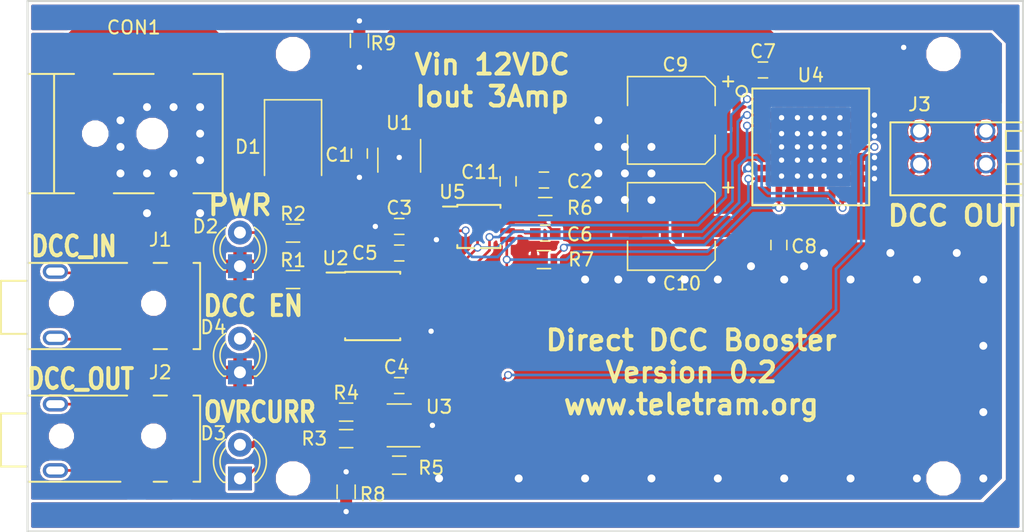
<source format=kicad_pcb>
(kicad_pcb (version 4) (host pcbnew 4.0.5)
  (layers (0 F.Cu signal) (31 B.Cu signal hide) (34 B.Paste user) (35 F.Paste user) (36 B.SilkS user) (37 F.SilkS user) (38 B.Mask user) (39 F.Mask user) (44 Edge.Cuts user))
  (net 0 "")
  (net 1 GND)
  (net 2 12V)
  (net 3 5V)
  (net 4 "Net-(C6-Pad1)")
  (net 5 "Net-(C6-Pad2)")
  (net 6 "Net-(C7-Pad1)")
  (net 7 "Net-(D2-Pad2)")
  (net 8 "Net-(D3-Pad1)")
  (net 9 "Net-(D4-Pad2)")
  (net 10 "Net-(J1-Pad1)")
  (net 11 "Net-(J1-Pad6)")
  (net 12 "Net-(J1-Pad4)")
  (net 13 "Net-(J1-Pad5)")
  (net 14 "Net-(J1-Pad3)")
  (net 15 "Net-(J2-Pad6)")
  (net 16 "Net-(J2-Pad5)")
  (net 17 "Net-(J2-Pad3)")
  (net 18 "Net-(R1-Pad2)")
  (net 19 "Net-(R3-Pad2)")
  (net 20 "Net-(R4-Pad2)")
  (net 21 /~OV_LD)
  (net 22 "Net-(R7-Pad1)")
  (net 23 GNDPWR)
  (net 24 "Net-(U1-Pad4)")
  (net 25 /DCC_B)
  (net 26 /DCC_A)
  (net 27 /DCC_EN)
  (net 28 /RAIL_B)
  (net 29 /RAIL_A)
  (net 30 "Net-(U4-Pad9)")
  (module Capacitors_SMD:C_0603 (layer F.Cu) (at 99 71.5 90)
    (fp_text reference C1 (at -0.1 -1.6 180) (layer F.SilkS))
    (fp_text value 100n)
    (pad 1 smd rect (at -0.75 0 90) (size 0.8 0.75) (layers F.Cu F.Paste F.Mask) (net 1 GND))
    (pad 2 smd rect (at 0.75 0 90) (size 0.8 0.75) (layers F.Cu F.Paste F.Mask) (net 2 12V))
  )
  (module Capacitors_SMD:C_0603 (layer F.Cu) (at 112.9 73.5 180)
    (fp_text reference C2 (at -2.7 -0.1 180) (layer F.SilkS))
    (fp_text value 4u7)
    (pad 1 smd rect (at -0.75 0 180) (size 0.8 0.75) (layers F.Cu F.Paste F.Mask) (net 1 GND))
    (pad 2 smd rect (at 0.75 0 180) (size 0.8 0.75) (layers F.Cu F.Paste F.Mask) (net 3 5V))
  )
  (module Capacitors_SMD:C_0603 (layer F.Cu) (at 102 77)
    (fp_text reference C3 (at 0 -1.4) (layer F.SilkS))
    (fp_text value 4u7)
    (pad 1 smd rect (at -0.75 0) (size 0.8 0.75) (layers F.Cu F.Paste F.Mask) (net 1 GND))
    (pad 2 smd rect (at 0.75 0) (size 0.8 0.75) (layers F.Cu F.Paste F.Mask) (net 3 5V))
  )
  (module Capacitors_SMD:C_0603 (layer F.Cu) (at 102 89 180)
    (fp_text reference C4 (at 0.2 1.4 180) (layer F.SilkS))
    (fp_text value 100n)
    (pad 1 smd rect (at -0.75 0 180) (size 0.8 0.75) (layers F.Cu F.Paste F.Mask) (net 1 GND))
    (pad 2 smd rect (at 0.75 0 180) (size 0.8 0.75) (layers F.Cu F.Paste F.Mask) (net 3 5V))
  )
  (module Capacitors_SMD:C_0603 (layer F.Cu) (at 102 79)
    (fp_text reference C5 (at -2.6 0) (layer F.SilkS))
    (fp_text value 100n)
    (pad 1 smd rect (at -0.75 0) (size 0.8 0.75) (layers F.Cu F.Paste F.Mask) (net 1 GND))
    (pad 2 smd rect (at 0.75 0) (size 0.8 0.75) (layers F.Cu F.Paste F.Mask) (net 3 5V))
  )
  (module Capacitors_SMD:C_0603 (layer F.Cu) (at 113 77.5)
    (fp_text reference C6 (at 2.6 0.1) (layer F.SilkS))
    (fp_text value 2u2)
    (pad 1 smd rect (at -0.75 0) (size 0.8 0.75) (layers F.Cu F.Paste F.Mask) (net 4 "Net-(C6-Pad1)"))
    (pad 2 smd rect (at 0.75 0) (size 0.8 0.75) (layers F.Cu F.Paste F.Mask) (net 5 "Net-(C6-Pad2)"))
  )
  (module Capacitors_SMD:C_0603 (layer F.Cu) (at 129.4 65.2 180)
    (fp_text reference C7 (at 0 1.4 180) (layer F.SilkS))
    (fp_text value 100n)
    (pad 1 smd rect (at -0.75 0 180) (size 0.8 0.75) (layers F.Cu F.Paste F.Mask) (net 6 "Net-(C7-Pad1)"))
    (pad 2 smd rect (at 0.75 0 180) (size 0.8 0.75) (layers F.Cu F.Paste F.Mask) (net 2 12V))
  )
  (module Capacitors_SMD:C_0603 (layer F.Cu) (at 130.6 78.4 90)
    (fp_text reference C8 (at -0.1 1.9 180) (layer F.SilkS))
    (fp_text value 100n)
    (pad 1 smd rect (at -0.75 0 90) (size 0.8 0.75) (layers F.Cu F.Paste F.Mask) (net 1 GND))
    (pad 2 smd rect (at 0.75 0 90) (size 0.8 0.75) (layers F.Cu F.Paste F.Mask) (net 2 12V))
  )
  (module Capacitors_SMD:CP_Elec_6.3x5.8 (layer F.Cu) (at 122.5 69 180)
    (fp_text reference C9 (at -0.3 4.2 180) (layer F.SilkS))
    (fp_text value 47u)
    (fp_text user + (at -4.28 3.01 180) (layer F.SilkS))
    (pad 1 smd rect (at -2.7 0) (size 3.5 1.6) (layers F.Cu F.Paste F.Mask) (net 2 12V))
    (pad 2 smd rect (at 2.7 0) (size 3.5 1.6) (layers F.Cu F.Paste F.Mask) (net 1 GND))
  )
  (module Capacitors_SMD:CP_Elec_6.3x5.8 (layer F.Cu) (at 122.5 77 180)
    (fp_text reference C10 (at -0.8 -4.3 180) (layer F.SilkS))
    (fp_text value 47u)
    (fp_text user + (at -4.28 3.01 180) (layer F.SilkS))
    (pad 1 smd rect (at -2.7 0) (size 3.5 1.6) (layers F.Cu F.Paste F.Mask) (net 2 12V))
    (pad 2 smd rect (at 2.7 0) (size 3.5 1.6) (layers F.Cu F.Paste F.Mask) (net 1 GND))
  )
  (module Capacitors_SMD:C_0603 (layer F.Cu) (at 110.2 73.6 270)
    (fp_text reference C11 (at -0.7 2.1 540) (layer F.SilkS))
    (fp_text value 100n)
    (pad 1 smd rect (at -0.75 0 270) (size 0.8 0.75) (layers F.Cu F.Paste F.Mask) (net 1 GND))
    (pad 2 smd rect (at 0.75 0 270) (size 0.8 0.75) (layers F.Cu F.Paste F.Mask) (net 3 5V))
  )
  (module teletram_connectors:pjack_smt (layer F.Cu) (at 79 70)
    (fp_text reference CON1 (at 3 -8) (layer F.SilkS))
    (fp_text value BARREL_JACK)
    (pad "" np_thru_hole circle (at 4.4 0) (size 2 2) (drill 2) (layers *.Cu *.Mask))
    (pad 2 smd rect (at 6 5.5) (size 2 3) (layers F.Cu F.Paste F.Mask) (net 1 GND))
    (pad 3 smd rect (at 0 5.5) (size 2 3) (layers F.Cu F.Paste F.Mask) (net 1 GND))
    (pad 1 smd rect (at 6 -5.5) (size 2 3) (layers F.Cu F.Paste F.Mask) (net 2 12V))
    (pad 1 smd rect (at 0 -5.5) (size 2 3) (layers F.Cu F.Paste F.Mask) (net 2 12V))
    (pad "" np_thru_hole circle (at 0.1 0) (size 1.6 1.6) (drill 1.6) (layers *.Cu *.Mask))
  )
  (module Diodes_SMD:D_SMB_Standard (layer F.Cu) (at 94 71 270)
    (fp_text reference D1 (at 0 3.4 360) (layer F.SilkS))
    (fp_text value 12V)
    (pad 1 smd rect (at -2.15 0 270) (size 2.5 2.3) (layers F.Cu F.Paste F.Mask) (net 2 12V))
    (pad 2 smd rect (at 2.15 0 270) (size 2.5 2.3) (layers F.Cu F.Paste F.Mask) (net 1 GND))
  )
  (module teletram_connectors:ajack_smt_6 (layer F.Cu) (at 74 83)
    (fp_text reference J1 (at 10 -5) (layer F.SilkS))
    (fp_text value a_jack_6p)
    (pad "" np_thru_hole circle (at 2.55 -0.2) (size 1.5 1.5) (drill 1.5) (layers *.Cu *.Mask))
    (pad "" np_thru_hole circle (at 9.5 -0.2) (size 1.5 1.5) (drill 1.5) (layers *.Cu *.Mask))
    (pad 2 thru_hole oval (at 2.1 -2.6) (size 1.9 1.1) (drill oval 1.4 0.6) (layers *.Cu *.Mask) (net 10 "Net-(J1-Pad1)"))
    (pad 1 thru_hole oval (at 2.1 2.4) (size 1.9 1.1) (drill oval 1.4 0.6) (layers *.Cu *.Mask) (net 10 "Net-(J1-Pad1)"))
    (pad 6 smd rect (at 8.5 -3.5) (size 1.4 1.4) (layers F.Cu F.Paste F.Mask) (net 11 "Net-(J1-Pad6)"))
    (pad 4 smd rect (at 11.6 -3.5) (size 1.4 1.4) (layers F.Cu F.Paste F.Mask) (net 12 "Net-(J1-Pad4)"))
    (pad 5 smd rect (at 8.2 3.5) (size 1.4 1.4) (layers F.Cu F.Paste F.Mask) (net 13 "Net-(J1-Pad5)"))
    (pad 3 smd rect (at 11.6 3.5) (size 1.4 1.4) (layers F.Cu F.Paste F.Mask) (net 14 "Net-(J1-Pad3)"))
  )
  (module teletram_connectors:ajack_smt_6 (layer F.Cu) (at 74 93)
    (fp_text reference J2 (at 10 -5) (layer F.SilkS))
    (fp_text value a_jack_6p)
    (pad "" np_thru_hole circle (at 2.55 -0.2) (size 1.5 1.5) (drill 1.5) (layers *.Cu *.Mask))
    (pad "" np_thru_hole circle (at 9.5 -0.2) (size 1.5 1.5) (drill 1.5) (layers *.Cu *.Mask))
    (pad 2 thru_hole oval (at 2.1 -2.6) (size 1.9 1.1) (drill oval 1.4 0.6) (layers *.Cu *.Mask) (net 10 "Net-(J1-Pad1)"))
    (pad 1 thru_hole oval (at 2.1 2.4) (size 1.9 1.1) (drill oval 1.4 0.6) (layers *.Cu *.Mask) (net 10 "Net-(J1-Pad1)"))
    (pad 6 smd rect (at 8.5 -3.5) (size 1.4 1.4) (layers F.Cu F.Paste F.Mask) (net 15 "Net-(J2-Pad6)"))
    (pad 4 smd rect (at 11.6 -3.5) (size 1.4 1.4) (layers F.Cu F.Paste F.Mask) (net 12 "Net-(J1-Pad4)"))
    (pad 5 smd rect (at 8.2 3.5) (size 1.4 1.4) (layers F.Cu F.Paste F.Mask) (net 16 "Net-(J2-Pad5)"))
    (pad 3 smd rect (at 11.6 3.5) (size 1.4 1.4) (layers F.Cu F.Paste F.Mask) (net 17 "Net-(J2-Pad3)"))
  )
  (module teletram_connectors:pterm_2 (layer F.Cu) (at 146.2 69.8)
    (fp_text reference J3 (at -5 -2) (layer F.SilkS))
    (fp_text value TERM2)
    (pad 1A thru_hole circle (at 0 0) (size 1.4 1.4) (drill 1) (layers *.Cu *.Mask) (net 28 /RAIL_B))
    (pad 1B thru_hole circle (at -5 0) (size 1.4 1.4) (drill 1) (layers *.Cu *.Mask) (net 28 /RAIL_B))
    (pad 2A thru_hole circle (at 0 2.5) (size 1.4 1.4) (drill 1) (layers *.Cu *.Mask) (net 29 /RAIL_A))
    (pad 2B thru_hole circle (at -5 2.5) (size 1.4 1.4) (drill 1) (layers *.Cu *.Mask) (net 29 /RAIL_A))
  )
  (module Resistors_SMD:R_0603 (layer F.Cu) (at 94 81)
    (fp_text reference R1 (at 0 -1.45) (layer F.SilkS))
    (fp_text value 1K)
    (pad 1 smd rect (at -0.75 0) (size 0.5 0.9) (layers F.Cu F.Paste F.Mask) (net 10 "Net-(J1-Pad1)"))
    (pad 2 smd rect (at 0.75 0) (size 0.5 0.9) (layers F.Cu F.Paste F.Mask) (net 18 "Net-(R1-Pad2)"))
  )
  (module Resistors_SMD:R_0603 (layer F.Cu) (at 94 77.5)
    (fp_text reference R2 (at 0 -1.45) (layer F.SilkS))
    (fp_text value 300)
    (pad 1 smd rect (at -0.75 0) (size 0.5 0.9) (layers F.Cu F.Paste F.Mask) (net 7 "Net-(D2-Pad2)"))
    (pad 2 smd rect (at 0.75 0) (size 0.5 0.9) (layers F.Cu F.Paste F.Mask) (net 3 5V))
  )
  (module Resistors_SMD:R_0603 (layer F.Cu) (at 98 93)
    (fp_text reference R3 (at -2.4 0) (layer F.SilkS))
    (fp_text value 300)
    (pad 1 smd rect (at -0.75 0) (size 0.5 0.9) (layers F.Cu F.Paste F.Mask) (net 8 "Net-(D3-Pad1)"))
    (pad 2 smd rect (at 0.75 0) (size 0.5 0.9) (layers F.Cu F.Paste F.Mask) (net 19 "Net-(R3-Pad2)"))
  )
  (module Resistors_SMD:R_0603 (layer F.Cu) (at 98 91)
    (fp_text reference R4 (at 0 -1.45) (layer F.SilkS))
    (fp_text value 300)
    (pad 1 smd rect (at -0.75 0) (size 0.5 0.9) (layers F.Cu F.Paste F.Mask) (net 9 "Net-(D4-Pad2)"))
    (pad 2 smd rect (at 0.75 0) (size 0.5 0.9) (layers F.Cu F.Paste F.Mask) (net 20 "Net-(R4-Pad2)"))
  )
  (module Resistors_SMD:R_0603 (layer F.Cu) (at 102 95)
    (fp_text reference R5 (at 2.4 0.2) (layer F.SilkS))
    (fp_text value 49.9K)
    (pad 1 smd rect (at -0.75 0) (size 0.5 0.9) (layers F.Cu F.Paste F.Mask) (net 3 5V))
    (pad 2 smd rect (at 0.75 0) (size 0.5 0.9) (layers F.Cu F.Paste F.Mask) (net 21 /~OV_LD))
  )
  (module Resistors_SMD:R_0603 (layer F.Cu) (at 113 75.5)
    (fp_text reference R6 (at 2.6 0.1) (layer F.SilkS))
    (fp_text value 10K)
    (pad 1 smd rect (at -0.75 0) (size 0.5 0.9) (layers F.Cu F.Paste F.Mask) (net 3 5V))
    (pad 2 smd rect (at 0.75 0) (size 0.5 0.9) (layers F.Cu F.Paste F.Mask) (net 5 "Net-(C6-Pad2)"))
  )
  (module Resistors_SMD:R_0603 (layer F.Cu) (at 112.9 79.5 180)
    (fp_text reference R7 (at -2.8 0 180) (layer F.SilkS))
    (fp_text value 10K)
    (pad 1 smd rect (at -0.75 0 180) (size 0.5 0.9) (layers F.Cu F.Paste F.Mask) (net 22 "Net-(R7-Pad1)"))
    (pad 2 smd rect (at 0.75 0 180) (size 0.5 0.9) (layers F.Cu F.Paste F.Mask) (net 1 GND))
  )
  (module Resistors_SMD:R_0603 (layer F.Cu) (at 98 97 270)
    (fp_text reference R8 (at 0.2 -2 360) (layer F.SilkS))
    (fp_text value NA)
    (pad 1 smd rect (at -0.75 0 270) (size 0.5 0.9) (layers F.Cu F.Paste F.Mask) (net 1 GND))
    (pad 2 smd rect (at 0.75 0 270) (size 0.5 0.9) (layers F.Cu F.Paste F.Mask) (net 23 GNDPWR))
  )
  (module Resistors_SMD:R_0603 (layer F.Cu) (at 99 63 90)
    (fp_text reference R9 (at -0.2 1.8 180) (layer F.SilkS))
    (fp_text value NA)
    (pad 1 smd rect (at -0.75 0 90) (size 0.5 0.9) (layers F.Cu F.Paste F.Mask) (net 1 GND))
    (pad 2 smd rect (at 0.75 0 90) (size 0.5 0.9) (layers F.Cu F.Paste F.Mask) (net 23 GNDPWR))
  )
  (module TO_SOT_Packages_SMD:SOT-23-5 (layer F.Cu) (at 102 72 270)
    (fp_text reference U1 (at -2.8 0 360) (layer F.SilkS))
    (fp_text value LD2980)
    (pad 1 smd rect (at -1.1 -0.95 270) (size 1.06 0.65) (layers F.Cu F.Paste F.Mask) (net 2 12V))
    (pad 2 smd rect (at -1.1 0 270) (size 1.06 0.65) (layers F.Cu F.Paste F.Mask) (net 1 GND))
    (pad 3 smd rect (at -1.1 0.95 270) (size 1.06 0.65) (layers F.Cu F.Paste F.Mask) (net 2 12V))
    (pad 4 smd rect (at 1.1 0.95 270) (size 1.06 0.65) (layers F.Cu F.Paste F.Mask) (net 24 "Net-(U1-Pad4)"))
    (pad 5 smd rect (at 1.1 -0.95 270) (size 1.06 0.65) (layers F.Cu F.Paste F.Mask) (net 3 5V))
  )
  (module Housings_SOIC:SOIC-8_3.9x4.9mm_Pitch1.27mm (layer F.Cu) (at 100 83)
    (fp_text reference U2 (at -2.8 -3.6) (layer F.SilkS))
    (fp_text value TLP2161)
    (pad 1 smd rect (at -2.7 -1.905) (size 1.55 0.6) (layers F.Cu F.Paste F.Mask) (net 18 "Net-(R1-Pad2)"))
    (pad 2 smd rect (at -2.7 -0.635) (size 1.55 0.6) (layers F.Cu F.Paste F.Mask) (net 12 "Net-(J1-Pad4)"))
    (pad 3 smd rect (at -2.7 0.635) (size 1.55 0.6) (layers F.Cu F.Paste F.Mask) (net 18 "Net-(R1-Pad2)"))
    (pad 4 smd rect (at -2.7 1.905) (size 1.55 0.6) (layers F.Cu F.Paste F.Mask) (net 12 "Net-(J1-Pad4)"))
    (pad 5 smd rect (at 2.7 1.905) (size 1.55 0.6) (layers F.Cu F.Paste F.Mask) (net 1 GND))
    (pad 6 smd rect (at 2.7 0.635) (size 1.55 0.6) (layers F.Cu F.Paste F.Mask) (net 25 /DCC_B))
    (pad 7 smd rect (at 2.7 -0.635) (size 1.55 0.6) (layers F.Cu F.Paste F.Mask) (net 26 /DCC_A))
    (pad 8 smd rect (at 2.7 -1.905) (size 1.55 0.6) (layers F.Cu F.Paste F.Mask) (net 3 5V))
  )
  (module TO_SOT_Packages_SMD:SOT-23-6 (layer F.Cu) (at 102 92 180)
    (fp_text reference U3 (at -3 1.4 180) (layer F.SilkS))
    (fp_text value 74LVC2G17)
    (pad 1 smd rect (at -1.1 -0.95 180) (size 1.06 0.65) (layers F.Cu F.Paste F.Mask) (net 21 /~OV_LD))
    (pad 2 smd rect (at -1.1 0 180) (size 1.06 0.65) (layers F.Cu F.Paste F.Mask) (net 1 GND))
    (pad 3 smd rect (at -1.1 0.95 180) (size 1.06 0.65) (layers F.Cu F.Paste F.Mask) (net 27 /DCC_EN))
    (pad 4 smd rect (at 1.1 0.95 180) (size 1.06 0.65) (layers F.Cu F.Paste F.Mask) (net 20 "Net-(R4-Pad2)"))
    (pad 6 smd rect (at 1.1 -0.95 180) (size 1.06 0.65) (layers F.Cu F.Paste F.Mask) (net 19 "Net-(R3-Pad2)"))
    (pad 5 smd rect (at 1.1 0 180) (size 1.06 0.65) (layers F.Cu F.Paste F.Mask) (net 3 5V))
  )
  (module teletram_smd:pwr_qfn_8x8_32 (layer F.Cu) (at 133 71)
    (fp_text reference U4 (at 0 -5.4) (layer F.SilkS))
    (fp_text value MC33926)
    (pad EP thru_hole rect (at 0 2.2) (size 0.8 0.8) (drill 0.4) (layers *.Cu F.Paste F.Mask) (net 1 GND))
    (pad EP thru_hole rect (at 2.2 2.2) (size 0.8 0.8) (drill 0.4) (layers *.Cu F.Paste F.Mask) (net 1 GND))
    (pad EP thru_hole rect (at 1 2.2) (size 0.8 0.8) (drill 0.4) (layers *.Cu F.Paste F.Mask) (net 1 GND))
    (pad EP thru_hole rect (at -2.2 2.2) (size 0.8 0.8) (drill 0.4) (layers *.Cu F.Paste F.Mask) (net 1 GND))
    (pad EP thru_hole rect (at -1 2.2) (size 0.8 0.8) (drill 0.4) (layers *.Cu F.Paste F.Mask) (net 1 GND))
    (pad EP thru_hole rect (at -1 1) (size 0.8 0.8) (drill 0.4) (layers *.Cu F.Paste F.Mask) (net 1 GND))
    (pad EP thru_hole rect (at -2.2 1) (size 0.8 0.8) (drill 0.4) (layers *.Cu F.Paste F.Mask) (net 1 GND))
    (pad EP thru_hole rect (at 1 1) (size 0.8 0.8) (drill 0.4) (layers *.Cu F.Paste F.Mask) (net 1 GND))
    (pad EP thru_hole rect (at 2.2 1) (size 0.8 0.8) (drill 0.4) (layers *.Cu F.Paste F.Mask) (net 1 GND))
    (pad EP thru_hole rect (at 0 1) (size 0.8 0.8) (drill 0.4) (layers *.Cu F.Paste F.Mask) (net 1 GND))
    (pad EP thru_hole rect (at -1 -2.2) (size 0.8 0.8) (drill 0.4) (layers *.Cu F.Paste F.Mask) (net 1 GND))
    (pad EP thru_hole rect (at -2.2 -2.2) (size 0.8 0.8) (drill 0.4) (layers *.Cu F.Paste F.Mask) (net 1 GND))
    (pad EP thru_hole rect (at 1 -2.2) (size 0.8 0.8) (drill 0.4) (layers *.Cu F.Paste F.Mask) (net 1 GND))
    (pad EP thru_hole rect (at 2.2 -2.2) (size 0.8 0.8) (drill 0.4) (layers *.Cu F.Paste F.Mask) (net 1 GND))
    (pad EP thru_hole rect (at 0 -2.2) (size 0.8 0.8) (drill 0.4) (layers *.Cu F.Paste F.Mask) (net 1 GND))
    (pad EP thru_hole rect (at 0 -1) (size 0.8 0.8) (drill 0.4) (layers *.Cu F.Paste F.Mask) (net 1 GND))
    (pad EP thru_hole rect (at 2.2 -1) (size 0.8 0.8) (drill 0.4) (layers *.Cu F.Paste F.Mask) (net 1 GND))
    (pad EP thru_hole rect (at 1 -1) (size 0.8 0.8) (drill 0.4) (layers *.Cu F.Paste F.Mask) (net 1 GND))
    (pad EP thru_hole rect (at -2.2 -1) (size 0.8 0.8) (drill 0.4) (layers *.Cu F.Paste F.Mask) (net 1 GND))
    (pad EP thru_hole rect (at -1 -1) (size 0.8 0.8) (drill 0.4) (layers *.Cu F.Paste F.Mask) (net 1 GND))
    (pad 17 smd rect (at 3.6 3.6) (size 1.2 1.2) (layers F.Cu F.Paste F.Mask) (net 1 GND))
    (pad 9 smd rect (at -3.6 3.6) (size 1.2 1.2) (layers F.Cu F.Paste F.Mask) (net 30 "Net-(U4-Pad9)"))
    (pad 1 smd rect (at -3.6 -3.6) (size 1.2 1.2) (layers F.Cu F.Paste F.Mask) (net 25 /DCC_B))
    (pad 25 smd rect (at 3.6 -3.6) (size 1.2 1.2) (layers F.Cu F.Paste F.Mask) (net 1 GND))
    (pad EP thru_hole rect (at 0 0) (size 5.2 5.2) (drill 0.4) (layers *.Cu F.Mask) (net 1 GND))
    (pad EP thru_hole rect (at -1 0) (size 0.8 0.8) (drill 0.4) (layers *.Cu F.Paste F.Mask) (net 1 GND))
    (pad EP thru_hole rect (at -2.2 0) (size 0.8 0.8) (drill 0.4) (layers *.Cu F.Paste F.Mask) (net 1 GND))
    (pad EP thru_hole rect (at 1 0) (size 0.8 0.8) (drill 0.4) (layers *.Cu F.Paste F.Mask) (net 1 GND))
    (pad EP thru_hole rect (at 2.2 0) (size 0.8 0.8) (drill 0.4) (layers *.Cu F.Paste F.Mask) (net 1 GND))
    (pad 2 smd rect (at -3.6 -2.4) (size 1.2 0.5) (layers F.Cu F.Paste F.Mask) (net 26 /DCC_A))
    (pad 3 smd rect (at -3.6 -1.6) (size 1.2 0.5) (layers F.Cu F.Paste F.Mask) (net 3 5V))
    (pad 4 smd rect (at -3.6 -0.8) (size 1.2 0.5) (layers F.Cu F.Paste F.Mask) (net 2 12V))
    (pad 5 smd rect (at -3.6 0) (size 1.2 0.5) (layers F.Cu F.Paste F.Mask) (net 1 GND))
    (pad 6 smd rect (at -3.6 0.8) (size 1.2 0.5) (layers F.Cu F.Paste F.Mask) (net 2 12V))
    (pad 7 smd rect (at -3.6 1.6) (size 1.2 0.5) (layers F.Cu F.Paste F.Mask) (net 1 GND))
    (pad 8 smd rect (at -3.6 2.4) (size 1.2 0.5) (layers F.Cu F.Paste F.Mask) (net 22 "Net-(R7-Pad1)"))
    (pad 18 smd rect (at 3.6 2.4) (size 1.2 0.5) (layers F.Cu F.Paste F.Mask) (net 1 GND))
    (pad 19 smd rect (at 3.6 1.6) (size 1.2 0.5) (layers F.Cu F.Paste F.Mask) (net 1 GND))
    (pad 20 smd rect (at 3.6 0.8) (size 1.2 0.5) (layers F.Cu F.Paste F.Mask) (net 1 GND))
    (pad 21 smd rect (at 3.6 0) (size 1.2 0.5) (layers F.Cu F.Paste F.Mask) (net 21 /~OV_LD))
    (pad 22 smd rect (at 3.6 -0.8) (size 1.2 0.5) (layers F.Cu F.Paste F.Mask) (net 1 GND))
    (pad 23 smd rect (at 3.6 -1.6) (size 1.2 0.5) (layers F.Cu F.Paste F.Mask) (net 1 GND))
    (pad 24 smd rect (at 3.6 -2.4) (size 1.2 0.5) (layers F.Cu F.Paste F.Mask) (net 1 GND))
    (pad 10 smd rect (at -2.4 3.6) (size 0.5 1.2) (layers F.Cu F.Paste F.Mask) (net 27 /DCC_EN))
    (pad 11 smd rect (at -1.6 3.6) (size 0.5 1.2) (layers F.Cu F.Paste F.Mask) (net 2 12V))
    (pad 12 smd rect (at -0.8 3.6) (size 0.5 1.2) (layers F.Cu F.Paste F.Mask) (net 29 /RAIL_A))
    (pad 13 smd rect (at 0 3.6) (size 0.5 1.2) (layers F.Cu F.Paste F.Mask) (net 29 /RAIL_A))
    (pad 14 smd rect (at 0.8 3.6) (size 0.5 1.2) (layers F.Cu F.Paste F.Mask) (net 29 /RAIL_A))
    (pad 15 smd rect (at 1.6 3.6) (size 0.5 1.2) (layers F.Cu F.Paste F.Mask) (net 29 /RAIL_A))
    (pad 16 smd rect (at 2.4 3.6) (size 0.5 1.2) (layers F.Cu F.Paste F.Mask) (net 3 5V))
    (pad 26 smd rect (at 2.4 -3.6) (size 0.5 1.2) (layers F.Cu F.Paste F.Mask) (net 1 GND))
    (pad 27 smd rect (at 1.6 -3.6) (size 0.5 1.2) (layers F.Cu F.Paste F.Mask) (net 28 /RAIL_B))
    (pad 28 smd rect (at 0.8 -3.6) (size 0.5 1.2) (layers F.Cu F.Paste F.Mask) (net 28 /RAIL_B))
    (pad 29 smd rect (at 0 -3.6) (size 0.5 1.2) (layers F.Cu F.Paste F.Mask) (net 28 /RAIL_B))
    (pad 30 smd rect (at -0.8 -3.6) (size 0.5 1.2) (layers F.Cu F.Paste F.Mask) (net 28 /RAIL_B))
    (pad 31 smd rect (at -1.6 -3.6) (size 0.5 1.2) (layers F.Cu F.Paste F.Mask) (net 2 12V))
    (pad 32 smd rect (at -2.4 -3.6) (size 0.5 1.2) (layers F.Cu F.Paste F.Mask) (net 6 "Net-(C7-Pad1)"))
  )
  (module Housings_SSOP:TSSOP-8_3x3mm_Pitch0.65mm (layer F.Cu) (at 108 77)
    (fp_text reference U5 (at -2 -2.6) (layer F.SilkS))
    (fp_text value SN74LVC1G123)
    (pad 1 smd rect (at -2.15 -0.975) (size 1.1 0.4) (layers F.Cu F.Paste F.Mask) (net 26 /DCC_A))
    (pad 2 smd rect (at -2.15 -0.325) (size 1.1 0.4) (layers F.Cu F.Paste F.Mask) (net 3 5V))
    (pad 3 smd rect (at -2.15 0.325) (size 1.1 0.4) (layers F.Cu F.Paste F.Mask) (net 3 5V))
    (pad 4 smd rect (at -2.15 0.975) (size 1.1 0.4) (layers F.Cu F.Paste F.Mask) (net 1 GND))
    (pad 5 smd rect (at 2.15 0.975) (size 1.1 0.4) (layers F.Cu F.Paste F.Mask) (net 27 /DCC_EN))
    (pad 6 smd rect (at 2.15 0.325) (size 1.1 0.4) (layers F.Cu F.Paste F.Mask) (net 4 "Net-(C6-Pad1)"))
    (pad 7 smd rect (at 2.15 -0.325) (size 1.1 0.4) (layers F.Cu F.Paste F.Mask) (net 5 "Net-(C6-Pad2)"))
    (pad 8 smd rect (at 2.15 -0.975) (size 1.1 0.4) (layers F.Cu F.Paste F.Mask) (net 3 5V))
  )
  (module LEDs:LED_D3.0mm_FlatTop (layer F.Cu) (at 90 80 90)
    (fp_text reference D2 (at 3 -2.6 180) (layer F.SilkS))
    (fp_text value YEL)
    (pad 1 thru_hole rect (at 0 0 90) (size 1.8 1.8) (drill 0.9) (layers *.Cu *.Mask) (net 1 GND))
    (pad 2 thru_hole circle (at 2.54 0 90) (size 1.8 1.8) (drill 0.9) (layers *.Cu *.Mask) (net 7 "Net-(D2-Pad2)"))
  )
  (module LEDs:LED_D3.0mm_FlatTop (layer F.Cu) (at 90 96 90)
    (fp_text reference D3 (at 3.4 -2 180) (layer F.SilkS))
    (fp_text value RED)
    (pad 1 thru_hole rect (at 0 0 90) (size 1.8 1.8) (drill 0.9) (layers *.Cu *.Mask) (net 8 "Net-(D3-Pad1)"))
    (pad 2 thru_hole circle (at 2.54 0 90) (size 1.8 1.8) (drill 0.9) (layers *.Cu *.Mask) (net 3 5V))
  )
  (module LEDs:LED_D3.0mm_FlatTop (layer F.Cu) (at 90 88 90)
    (fp_text reference D4 (at 3.4 -2 180) (layer F.SilkS))
    (fp_text value GRN)
    (pad 1 thru_hole rect (at 0 0 90) (size 1.8 1.8) (drill 0.9) (layers *.Cu *.Mask) (net 1 GND))
    (pad 2 thru_hole circle (at 2.54 0 90) (size 1.8 1.8) (drill 0.9) (layers *.Cu *.Mask) (net 9 "Net-(D4-Pad2)"))
  )
  (module Mounting_Holes:MountingHole_2.2mm_M2 (layer F.Cu) (at 94 96)
    (fp_text reference REF** hide)
    (fp_text value MountingHole_2.2mm_M2)
    (pad 1 np_thru_hole circle (at 0 0) (size 2.2 2.2) (drill 2.2) (layers *.Cu *.Mask))
  )
  (module Mounting_Holes:MountingHole_2.2mm_M2 (layer F.Cu) (at 94 64)
    (fp_text reference REF** hide)
    (fp_text value MountingHole_2.2mm_M2)
    (pad 1 np_thru_hole circle (at 0 0) (size 2.2 2.2) (drill 2.2) (layers *.Cu *.Mask))
  )
  (module Mounting_Holes:MountingHole_2.2mm_M2 (layer F.Cu) (at 143 64)
    (fp_text reference REF** hide)
    (fp_text value MountingHole_2.2mm_M2)
    (pad 1 np_thru_hole circle (at 0 0) (size 2.2 2.2) (drill 2.2) (layers *.Cu *.Mask))
  )
  (module Mounting_Holes:MountingHole_2.2mm_M2 (layer F.Cu) (at 143 96)
    (fp_text reference REF** hide)
    (fp_text value MountingHole_2.2mm_M2)
    (pad 1 np_thru_hole circle (at 0 0) (size 2.2 2.2) (drill 2.2) (layers *.Cu *.Mask))
  )
  (gr_text "Vin 12VDC\nIout 3Amp" (at 109 66) (layer F.SilkS) (effects (font (size 1.5 1.5) (thickness 0.3))))
  (gr_text DCC_OUT (at 78 88.5) (layer F.SilkS) (effects (font (size 1.5 1.2) (thickness 0.3))))
  (gr_text DCC_IN (at 77.5 78.5) (layer F.SilkS) (effects (font (size 1.5 1.2) (thickness 0.3))))
  (gr_text PWR (at 90 75.4) (layer F.SilkS) (effects (font (size 1.5 1.5) (thickness 0.3))))
  (gr_text OVRCURR (at 91.5 91) (layer F.SilkS) (effects (font (size 1.5 1.2) (thickness 0.3))))
  (gr_text "DCC EN" (at 91 83) (layer F.SilkS) (effects (font (size 1.5 1.3) (thickness 0.3))))
  (gr_text "Direct DCC Booster\nVersion 0.2\nwww.teletram.org" (at 124 88) (layer F.SilkS) (effects (font (size 1.5 1.5) (thickness 0.3))))
  (gr_text "DCC OUT" (at 143.8 76.2) (layer F.SilkS) (effects (font (size 1.5 1.5) (thickness 0.3))))
  (gr_line (start 74 100) (end 74 60) (angle 90) (layer Edge.Cuts) (width 0.15))
  (gr_line (start 149 100) (end 74 100) (angle 90) (layer Edge.Cuts) (width 0.15))
  (gr_line (start 149 60) (end 149 100) (angle 90) (layer Edge.Cuts) (width 0.15))
  (gr_line (start 74 60) (end 149 60) (angle 90) (layer Edge.Cuts) (width 0.15))
  (segment (start 129.3 66.3) (end 129.4 66.4) (width 0.2) (layer F.Cu) (net 0))
  (segment (start 135.4 67.4) (end 136.6 67.4) (width 0.2) (layer F.Cu) (net 1))
  (segment (start 129.4 72.6) (end 131.4 72.6) (width 0.2) (layer F.Cu) (net 1))
  (segment (start 131.4 72.6) (end 133 71) (width 0.2) (layer F.Cu) (net 1))
  (segment (start 128.5 81) (end 128.5 80) (width 0.2) (layer B.Cu) (net 1))
  (segment (start 128.5 80) (end 132.5 80) (width 0.2) (layer F.Cu) (net 1))
  (via (at 128.5 80) (size 0.9) (drill 0.6) (layers F.Cu B.Cu) (net 1))
  (via (at 132.5 80) (size 0.9) (drill 0.6) (layers F.Cu B.Cu) (net 1))
  (segment (start 119.8 78) (end 119.8 79.7) (width 0.2) (layer F.Cu) (net 1))
  (segment (start 119.8 79.7) (end 118.5 81) (width 0.2) (layer F.Cu) (net 1))
  (segment (start 116 81) (end 118.5 81) (width 0.2) (layer B.Cu) (net 1))
  (segment (start 118.5 81) (end 118.5 81) (width 0.2) (layer B.Cu) (net 1))
  (via (at 118.5 81) (size 0.9) (drill 0.6) (layers F.Cu B.Cu) (net 1))
  (segment (start 118.5 81) (end 123.5 81) (width 0.2) (layer F.Cu) (net 1))
  (via (at 123.5 81) (size 0.9) (drill 0.6) (layers F.Cu B.Cu) (net 1))
  (segment (start 139 79) (end 139 81) (width 0.2) (layer B.Cu) (net 1))
  (segment (start 139 81) (end 139 80.9) (width 0.2) (layer B.Cu) (net 1))
  (segment (start 130.6 79.15) (end 133.85 79.15) (width 0.2) (layer F.Cu) (net 1))
  (via (at 144 79) (size 0.9) (drill 0.6) (layers F.Cu B.Cu) (net 1))
  (segment (start 139 79) (end 144 79) (width 0.2) (layer F.Cu) (net 1))
  (via (at 139 79) (size 0.9) (drill 0.6) (layers F.Cu B.Cu) (net 1))
  (via (at 134 79) (size 0.9) (drill 0.6) (layers F.Cu B.Cu) (net 1))
  (segment (start 133.85 79.15) (end 134 79) (width 0.2) (layer F.Cu) (net 1))
  (segment (start 119.8 78) (end 119.8 77.2) (width 0.2) (layer F.Cu) (net 1))
  (segment (start 136 81) (end 139 81) (width 0.2) (layer B.Cu) (net 1))
  (via (at 136 81) (size 0.9) (drill 0.6) (layers F.Cu B.Cu) (net 1))
  (segment (start 131 81) (end 136 81) (width 0.2) (layer F.Cu) (net 1))
  (via (at 131 81) (size 0.9) (drill 0.6) (layers F.Cu B.Cu) (net 1))
  (segment (start 126 81) (end 128.5 81) (width 0.2) (layer B.Cu) (net 1))
  (segment (start 128.5 81) (end 131 81) (width 0.2) (layer B.Cu) (net 1))
  (via (at 126 81) (size 0.9) (drill 0.6) (layers F.Cu B.Cu) (net 1))
  (segment (start 121 81) (end 126 81) (width 0.2) (layer F.Cu) (net 1))
  (via (at 121 81) (size 0.9) (drill 0.6) (layers F.Cu B.Cu) (net 1))
  (segment (start 116 81) (end 121 81) (width 0.2) (layer B.Cu) (net 1))
  (via (at 116 81) (size 0.9) (drill 0.6) (layers F.Cu B.Cu) (net 1))
  (segment (start 139 81) (end 141 81) (width 0.2) (layer B.Cu) (net 1))
  (via (at 105 96) (size 0.9) (drill 0.6) (layers F.Cu B.Cu) (net 1))
  (segment (start 111 96) (end 105 96) (width 0.2) (layer B.Cu) (net 1))
  (via (at 111 96) (size 0.9) (drill 0.6) (layers F.Cu B.Cu) (net 1))
  (segment (start 116 96) (end 111 96) (width 0.2) (layer F.Cu) (net 1))
  (via (at 116 96) (size 0.9) (drill 0.6) (layers F.Cu B.Cu) (net 1))
  (segment (start 121 96) (end 116 96) (width 0.2) (layer B.Cu) (net 1))
  (via (at 121 96) (size 0.9) (drill 0.6) (layers F.Cu B.Cu) (net 1))
  (segment (start 126 96) (end 121 96) (width 0.2) (layer F.Cu) (net 1))
  (via (at 126 96) (size 0.9) (drill 0.6) (layers F.Cu B.Cu) (net 1))
  (segment (start 131 96) (end 126 96) (width 0.2) (layer B.Cu) (net 1))
  (via (at 131 96) (size 0.9) (drill 0.6) (layers F.Cu B.Cu) (net 1))
  (segment (start 136 96) (end 131 96) (width 0.2) (layer F.Cu) (net 1))
  (via (at 136 96) (size 0.9) (drill 0.6) (layers F.Cu B.Cu) (net 1))
  (segment (start 141 96) (end 136 96) (width 0.2) (layer B.Cu) (net 1))
  (via (at 141 96) (size 0.9) (drill 0.6) (layers F.Cu B.Cu) (net 1))
  (segment (start 141 94) (end 141 96) (width 0.2) (layer F.Cu) (net 1))
  (segment (start 142 93) (end 141 94) (width 0.2) (layer F.Cu) (net 1))
  (segment (start 145 93) (end 142 93) (width 0.2) (layer F.Cu) (net 1))
  (segment (start 146 94) (end 145 93) (width 0.2) (layer F.Cu) (net 1))
  (segment (start 146 96) (end 146 94) (width 0.2) (layer F.Cu) (net 1))
  (via (at 146 96) (size 0.9) (drill 0.6) (layers F.Cu B.Cu) (net 1))
  (segment (start 146 91) (end 146 96) (width 0.2) (layer B.Cu) (net 1))
  (via (at 146 91) (size 0.9) (drill 0.6) (layers F.Cu B.Cu) (net 1))
  (segment (start 146 86) (end 146 91) (width 0.2) (layer F.Cu) (net 1))
  (via (at 146 86) (size 0.9) (drill 0.6) (layers F.Cu B.Cu) (net 1))
  (segment (start 146 81) (end 146 86) (width 0.2) (layer B.Cu) (net 1))
  (via (at 146 81) (size 0.9) (drill 0.6) (layers F.Cu B.Cu) (net 1))
  (segment (start 141 81) (end 146 81) (width 0.2) (layer F.Cu) (net 1))
  (via (at 141 81) (size 0.9) (drill 0.6) (layers F.Cu B.Cu) (net 1))
  (segment (start 119.8 69) (end 117 69) (width 0.2) (layer F.Cu) (net 1))
  (via (at 121 75) (size 0.9) (drill 0.6) (layers F.Cu B.Cu) (net 1))
  (segment (start 119 75) (end 121 75) (width 0.2) (layer B.Cu) (net 1))
  (via (at 119 75) (size 0.9) (drill 0.6) (layers F.Cu B.Cu) (net 1))
  (segment (start 117 75) (end 119 75) (width 0.2) (layer F.Cu) (net 1))
  (via (at 117 75) (size 0.9) (drill 0.6) (layers F.Cu B.Cu) (net 1))
  (segment (start 117 73) (end 117 75) (width 0.2) (layer B.Cu) (net 1))
  (via (at 117 73) (size 0.9) (drill 0.6) (layers F.Cu B.Cu) (net 1))
  (segment (start 119 73) (end 117 73) (width 0.2) (layer F.Cu) (net 1))
  (via (at 119 73) (size 0.9) (drill 0.6) (layers F.Cu B.Cu) (net 1))
  (segment (start 121 73) (end 119 73) (width 0.2) (layer B.Cu) (net 1))
  (via (at 121 73) (size 0.9) (drill 0.6) (layers F.Cu B.Cu) (net 1))
  (segment (start 121 71) (end 121 73) (width 0.2) (layer F.Cu) (net 1))
  (via (at 121 71) (size 0.9) (drill 0.6) (layers F.Cu B.Cu) (net 1))
  (segment (start 119 71) (end 121 71) (width 0.2) (layer B.Cu) (net 1))
  (via (at 119 71) (size 0.9) (drill 0.6) (layers F.Cu B.Cu) (net 1))
  (segment (start 117 71) (end 119 71) (width 0.2) (layer F.Cu) (net 1))
  (via (at 117 71) (size 0.9) (drill 0.6) (layers F.Cu B.Cu) (net 1))
  (segment (start 117 69) (end 117 71) (width 0.2) (layer B.Cu) (net 1))
  (via (at 117 69) (size 0.9) (drill 0.6) (layers F.Cu B.Cu) (net 1))
  (segment (start 85 75.5) (end 86.5 75.5) (width 0.2) (layer F.Cu) (net 1))
  (via (at 87 76) (size 0.9) (drill 0.6) (layers F.Cu B.Cu) (net 1))
  (segment (start 86.5 75.5) (end 87 76) (width 0.2) (layer F.Cu) (net 1))
  (segment (start 85 75.5) (end 83.5 75.5) (width 0.2) (layer F.Cu) (net 1))
  (via (at 85 73) (size 0.9) (drill 0.6) (layers F.Cu B.Cu) (net 1))
  (segment (start 86 73) (end 85 73) (width 0.2) (layer F.Cu) (net 1))
  (segment (start 87 72) (end 86 73) (width 0.2) (layer F.Cu) (net 1))
  (via (at 87 72) (size 0.9) (drill 0.6) (layers F.Cu B.Cu) (net 1))
  (segment (start 87 70) (end 87 72) (width 0.2) (layer B.Cu) (net 1))
  (via (at 87 70) (size 0.9) (drill 0.6) (layers F.Cu B.Cu) (net 1))
  (segment (start 87 68) (end 87 70) (width 0.2) (layer F.Cu) (net 1))
  (via (at 87 68) (size 0.9) (drill 0.6) (layers F.Cu B.Cu) (net 1))
  (segment (start 85 68) (end 87 68) (width 0.2) (layer B.Cu) (net 1))
  (via (at 85 68) (size 0.9) (drill 0.6) (layers F.Cu B.Cu) (net 1))
  (segment (start 83 68) (end 85 68) (width 0.2) (layer F.Cu) (net 1))
  (via (at 83 68) (size 0.9) (drill 0.6) (layers F.Cu B.Cu) (net 1))
  (segment (start 82 68) (end 83 68) (width 0.2) (layer B.Cu) (net 1))
  (segment (start 81 69) (end 82 68) (width 0.2) (layer B.Cu) (net 1))
  (via (at 81 69) (size 0.9) (drill 0.6) (layers F.Cu B.Cu) (net 1))
  (segment (start 81 71) (end 81 69) (width 0.2) (layer F.Cu) (net 1))
  (via (at 81 71) (size 0.9) (drill 0.6) (layers F.Cu B.Cu) (net 1))
  (segment (start 81 73) (end 81 71) (width 0.2) (layer B.Cu) (net 1))
  (via (at 81 73) (size 0.9) (drill 0.6) (layers F.Cu B.Cu) (net 1))
  (segment (start 83 73) (end 81 73) (width 0.2) (layer F.Cu) (net 1))
  (via (at 83 73) (size 0.9) (drill 0.6) (layers F.Cu B.Cu) (net 1))
  (segment (start 83 76) (end 83 73) (width 0.2) (layer B.Cu) (net 1))
  (via (at 83 76) (size 0.9) (drill 0.6) (layers F.Cu B.Cu) (net 1))
  (segment (start 83.5 75.5) (end 83 76) (width 0.2) (layer F.Cu) (net 1))
  (segment (start 137.8 68.6) (end 137.8 65.7) (width 0.2) (layer B.Cu) (net 1))
  (via (at 137.8 68.6) (size 0.6) (drill 0.4) (layers F.Cu B.Cu) (net 1))
  (segment (start 136.6 68.6) (end 137.8 68.6) (width 0.5) (layer F.Cu) (net 1))
  (via (at 140 63.5) (size 0.6) (drill 0.4) (layers F.Cu B.Cu) (net 1))
  (segment (start 137.8 65.7) (end 140 63.5) (width 0.2) (layer B.Cu) (net 1))
  (segment (start 102 70.9) (end 102 71.8) (width 0.2) (layer F.Cu) (net 1))
  (via (at 102 71.8) (size 0.6) (drill 0.4) (layers F.Cu B.Cu) (net 1))
  (segment (start 99 72.25) (end 99 73.3) (width 0.2) (layer F.Cu) (net 1))
  (via (at 99 73.3) (size 0.6) (drill 0.4) (layers F.Cu B.Cu) (net 1))
  (segment (start 101.25 77) (end 100.2 77) (width 0.2) (layer F.Cu) (net 1))
  (via (at 100.2 77) (size 0.6) (drill 0.4) (layers F.Cu B.Cu) (net 1))
  (segment (start 105.85 77.975) (end 104.825 77.975) (width 0.2) (layer F.Cu) (net 1))
  (via (at 104.8 78) (size 0.6) (drill 0.4) (layers F.Cu B.Cu) (net 1))
  (segment (start 104.825 77.975) (end 104.8 78) (width 0.2) (layer F.Cu) (net 1))
  (segment (start 103.1 92) (end 104.5 92) (width 0.2) (layer F.Cu) (net 1))
  (via (at 104.5 92) (size 0.6) (drill 0.4) (layers F.Cu B.Cu) (net 1))
  (segment (start 102.7 84.905) (end 104.395 84.905) (width 0.2) (layer F.Cu) (net 1))
  (via (at 104.4 84.9) (size 0.6) (drill 0.4) (layers F.Cu B.Cu) (net 1))
  (segment (start 104.395 84.905) (end 104.4 84.9) (width 0.2) (layer F.Cu) (net 1))
  (segment (start 98 96.25) (end 98 95.5) (width 0.2) (layer F.Cu) (net 1))
  (via (at 98 95.5) (size 0.6) (drill 0.4) (layers F.Cu B.Cu) (net 1))
  (segment (start 99 63.75) (end 99 65) (width 0.2) (layer F.Cu) (net 1))
  (via (at 99 65) (size 0.6) (drill 0.4) (layers F.Cu B.Cu) (net 1))
  (segment (start 136.6 71.8) (end 137.8 71.8) (width 0.5) (layer F.Cu) (net 1))
  (via (at 137.8 71.8) (size 0.6) (drill 0.4) (layers F.Cu B.Cu) (net 1))
  (segment (start 136.6 72.6) (end 137.8 72.6) (width 0.5) (layer F.Cu) (net 1))
  (via (at 137.8 72.6) (size 0.6) (drill 0.4) (layers F.Cu B.Cu) (net 1))
  (segment (start 136.6 73.4) (end 137.8 73.4) (width 0.5) (layer F.Cu) (net 1))
  (via (at 137.8 73.4) (size 0.6) (drill 0.4) (layers F.Cu B.Cu) (net 1))
  (via (at 137.8 70.2) (size 0.6) (drill 0.4) (layers F.Cu B.Cu) (net 1))
  (segment (start 136.6 70.2) (end 137.8 70.2) (width 0.5) (layer F.Cu) (net 1))
  (segment (start 136.6 69.4) (end 137.8 69.4) (width 0.5) (layer F.Cu) (net 1))
  (via (at 137.8 69.4) (size 0.6) (drill 0.4) (layers F.Cu B.Cu) (net 1))
  (segment (start 136.6 67.4) (end 136.6 68.6) (width 0.5) (layer F.Cu) (net 1))
  (segment (start 136.6 68.6) (end 135.4 68.6) (width 0.5) (layer F.Cu) (net 1))
  (segment (start 135.4 68.6) (end 135.2 68.8) (width 0.5) (layer F.Cu) (net 1))
  (segment (start 136.6 69.4) (end 134.6 69.4) (width 0.5) (layer F.Cu) (net 1))
  (segment (start 134.6 69.4) (end 133 71) (width 0.5) (layer F.Cu) (net 1))
  (segment (start 136.6 70.2) (end 135.4 70.2) (width 0.5) (layer F.Cu) (net 1))
  (segment (start 135.4 70.2) (end 135.2 70) (width 0.5) (layer F.Cu) (net 1))
  (segment (start 136.6 71.8) (end 135.4 71.8) (width 0.5) (layer F.Cu) (net 1))
  (segment (start 135.4 71.8) (end 135.2 72) (width 0.5) (layer F.Cu) (net 1))
  (segment (start 136.6 72.6) (end 134.6 72.6) (width 0.5) (layer F.Cu) (net 1))
  (segment (start 134.6 72.6) (end 133 71) (width 0.5) (layer F.Cu) (net 1))
  (segment (start 136.6 73.4) (end 135.4 73.4) (width 0.5) (layer F.Cu) (net 1))
  (segment (start 135.4 73.4) (end 135.2 73.2) (width 0.5) (layer F.Cu) (net 1))
  (segment (start 135.4 73.4) (end 135.2 73.2) (width 0.5) (layer F.Cu) (net 1))
  (segment (start 135.4 71.8) (end 135.2 72) (width 0.2) (layer F.Cu) (net 1))
  (segment (start 134.6 72.6) (end 133 71) (width 0.2) (layer F.Cu) (net 1))
  (segment (start 135.4 73.4) (end 135.2 73.2) (width 0.2) (layer F.Cu) (net 1))
  (segment (start 135.4 73.4) (end 135.2 73.2) (width 0.2) (layer F.Cu) (net 1))
  (segment (start 135.4 70.2) (end 135.2 70) (width 0.2) (layer F.Cu) (net 1))
  (segment (start 134.6 69.4) (end 133 71) (width 0.2) (layer F.Cu) (net 1))
  (segment (start 129.4 72.6) (end 128.3 72.6) (width 0.2) (layer F.Cu) (net 1))
  (via (at 128.3 72.6) (size 0.6) (drill 0.4) (layers F.Cu B.Cu) (net 1))
  (segment (start 129.4 71) (end 133 71) (width 0.2) (layer F.Cu) (net 1))
  (segment (start 135.4 74.6) (end 135.4 75.6) (width 0.2) (layer F.Cu) (net 3))
  (segment (start 128.9 71.8) (end 128.2 71.8) (width 0.2) (layer B.Cu) (net 3))
  (segment (start 129.3 72.2) (end 128.9 71.8) (width 0.2) (layer B.Cu) (net 3))
  (segment (start 129.3 74) (end 129.3 72.2) (width 0.2) (layer B.Cu) (net 3))
  (segment (start 129.8 74.5) (end 129.3 74) (width 0.2) (layer B.Cu) (net 3))
  (segment (start 134.2 74.5) (end 129.8 74.5) (width 0.2) (layer B.Cu) (net 3))
  (segment (start 134.3 74.5) (end 134.2 74.5) (width 0.2) (layer B.Cu) (net 3))
  (segment (start 135.4 75.6) (end 134.3 74.5) (width 0.2) (layer B.Cu) (net 3))
  (via (at 135.4 75.6) (size 0.6) (drill 0.4) (layers F.Cu B.Cu) (net 3))
  (segment (start 105.85 77.325) (end 106.975 77.325) (width 0.2) (layer F.Cu) (net 3))
  (via (at 128.2 69.4) (size 0.6) (drill 0.4) (layers F.Cu B.Cu) (net 3))
  (segment (start 128.2 69.4) (end 129.4 69.4) (width 0.2) (layer F.Cu) (net 3))
  (segment (start 128.2 71.8) (end 128.2 69.4) (width 0.2) (layer B.Cu) (net 3))
  (segment (start 127.6 72.4) (end 128.2 71.8) (width 0.2) (layer B.Cu) (net 3))
  (segment (start 127.6 75.2) (end 127.6 72.4) (width 0.2) (layer B.Cu) (net 3))
  (segment (start 124.9 77.9) (end 127.6 75.2) (width 0.2) (layer B.Cu) (net 3))
  (segment (start 110.8 77.9) (end 124.9 77.9) (width 0.2) (layer B.Cu) (net 3))
  (segment (start 109.4 79.3) (end 110.8 77.9) (width 0.2) (layer B.Cu) (net 3))
  (segment (start 107.5 79.3) (end 109.4 79.3) (width 0.2) (layer B.Cu) (net 3))
  (segment (start 107 78.8) (end 107.5 79.3) (width 0.2) (layer B.Cu) (net 3))
  (segment (start 107 77.3) (end 107 78.8) (width 0.2) (layer B.Cu) (net 3))
  (via (at 107 77.3) (size 0.6) (drill 0.4) (layers F.Cu B.Cu) (net 3))
  (segment (start 106.975 77.325) (end 107 77.3) (width 0.2) (layer F.Cu) (net 3))
  (segment (start 110.2 74.35) (end 110.2 75.975) (width 0.3) (layer F.Cu) (net 3))
  (segment (start 110.2 75.975) (end 110.15 76.025) (width 0.3) (layer F.Cu) (net 3))
  (segment (start 102.95 74.3) (end 110.15 74.3) (width 0.5) (layer F.Cu) (net 3))
  (segment (start 110.15 74.3) (end 110.35 74.5) (width 0.5) (layer F.Cu) (net 3))
  (segment (start 110.35 74.5) (end 112.2 74.5) (width 0.5) (layer F.Cu) (net 3))
  (segment (start 112.2 74.5) (end 112.15 74.5) (width 0.2) (layer F.Cu) (net 3))
  (segment (start 112.15 74.5) (end 112.2 74.5) (width 0.2) (layer F.Cu) (net 3))
  (segment (start 112.2 74.5) (end 112.15 74.5) (width 0.2) (layer F.Cu) (net 3))
  (segment (start 112.15 73.5) (end 112.15 74.5) (width 0.5) (layer F.Cu) (net 3))
  (segment (start 112.15 74.5) (end 112.15 75.4) (width 0.5) (layer F.Cu) (net 3))
  (segment (start 112.15 75.4) (end 112.25 75.5) (width 0.5) (layer F.Cu) (net 3))
  (segment (start 104.2 77) (end 102.75 77) (width 0.3) (layer F.Cu) (net 3))
  (segment (start 105.85 76.675) (end 104.525 76.675) (width 0.3) (layer F.Cu) (net 3))
  (segment (start 104.5 77.3) (end 105.825 77.3) (width 0.3) (layer F.Cu) (net 3))
  (segment (start 104.2 77) (end 104.5 77.3) (width 0.3) (layer F.Cu) (net 3))
  (segment (start 104.525 76.675) (end 104.2 77) (width 0.3) (layer F.Cu) (net 3))
  (segment (start 105.825 77.3) (end 105.85 77.325) (width 0.3) (layer F.Cu) (net 3))
  (segment (start 101.7 92) (end 101.8 92) (width 0.5) (layer F.Cu) (net 3))
  (segment (start 101.8 92) (end 101.9 92.1) (width 0.5) (layer F.Cu) (net 3))
  (segment (start 101.9 94.35) (end 101.25 95) (width 0.5) (layer F.Cu) (net 3))
  (segment (start 101.9 92.1) (end 101.9 94.35) (width 0.5) (layer F.Cu) (net 3))
  (segment (start 100.9 92) (end 101.7 92) (width 0.5) (layer F.Cu) (net 3))
  (segment (start 101.9 89.65) (end 101.25 89) (width 0.5) (layer F.Cu) (net 3))
  (segment (start 101.9 91.9) (end 101.9 89.65) (width 0.5) (layer F.Cu) (net 3))
  (segment (start 101.8 92) (end 101.9 91.9) (width 0.5) (layer F.Cu) (net 3))
  (segment (start 90 93.46) (end 91.04 93.46) (width 0.5) (layer F.Cu) (net 3))
  (segment (start 92.5 92) (end 100.9 92) (width 0.5) (layer F.Cu) (net 3))
  (segment (start 91.04 93.46) (end 92.5 92) (width 0.5) (layer F.Cu) (net 3))
  (segment (start 102.7 81.095) (end 101.405 81.095) (width 0.5) (layer F.Cu) (net 3))
  (segment (start 100.9 81.6) (end 100.9 88.65) (width 0.5) (layer F.Cu) (net 3))
  (segment (start 101.405 81.095) (end 100.9 81.6) (width 0.5) (layer F.Cu) (net 3))
  (segment (start 100.9 88.65) (end 101.25 89) (width 0.5) (layer F.Cu) (net 3))
  (segment (start 102.75 79) (end 102.75 81.045) (width 0.5) (layer F.Cu) (net 3))
  (segment (start 102.75 81.045) (end 102.7 81.095) (width 0.5) (layer F.Cu) (net 3))
  (segment (start 102.75 77) (end 102.75 79) (width 0.5) (layer F.Cu) (net 3))
  (segment (start 102.95 73.1) (end 102.95 74.3) (width 0.5) (layer F.Cu) (net 3))
  (segment (start 102.95 74.3) (end 102.95 75.25) (width 0.5) (layer F.Cu) (net 3))
  (segment (start 102.95 75.25) (end 102.9 75.3) (width 0.5) (layer F.Cu) (net 3))
  (segment (start 102.9 75.3) (end 102.9 76.85) (width 0.5) (layer F.Cu) (net 3))
  (segment (start 102.9 76.85) (end 102.75 77) (width 0.5) (layer F.Cu) (net 3))
  (segment (start 94.75 77.5) (end 96.8 77.5) (width 0.5) (layer F.Cu) (net 3))
  (segment (start 99 75.3) (end 102.9 75.3) (width 0.5) (layer F.Cu) (net 3))
  (segment (start 96.8 77.5) (end 99 75.3) (width 0.5) (layer F.Cu) (net 3))
  (segment (start 110.15 77.325) (end 111.325 77.325) (width 0.2) (layer F.Cu) (net 4))
  (segment (start 111.5 77.5) (end 112.25 77.5) (width 0.2) (layer F.Cu) (net 4))
  (segment (start 111.325 77.325) (end 111.5 77.5) (width 0.2) (layer F.Cu) (net 4))
  (segment (start 112.925 76.675) (end 113.4 76.2) (width 0.2) (layer F.Cu) (net 5))
  (segment (start 113.4 75.85) (end 113.75 75.5) (width 0.2) (layer F.Cu) (net 5))
  (segment (start 113.4 76.2) (end 113.4 75.85) (width 0.2) (layer F.Cu) (net 5))
  (segment (start 110.15 76.675) (end 112.925 76.675) (width 0.2) (layer F.Cu) (net 5))
  (segment (start 112.925 76.675) (end 113.75 77.5) (width 0.2) (layer F.Cu) (net 5))
  (segment (start 130.6 67.4) (end 130.6 66.4) (width 0.2) (layer F.Cu) (net 6))
  (segment (start 130.15 65.95) (end 130.15 65.2) (width 0.2) (layer F.Cu) (net 6))
  (segment (start 130.6 66.4) (end 130.15 65.95) (width 0.2) (layer F.Cu) (net 6))
  (segment (start 90 77.46) (end 93.21 77.46) (width 0.2) (layer F.Cu) (net 7))
  (segment (start 93.21 77.46) (end 93.25 77.5) (width 0.2) (layer F.Cu) (net 7))
  (segment (start 90 96) (end 90.4 96) (width 0.2) (layer F.Cu) (net 8))
  (segment (start 90.4 96) (end 93.4 93) (width 0.2) (layer F.Cu) (net 8))
  (segment (start 93.4 93) (end 97.25 93) (width 0.2) (layer F.Cu) (net 8))
  (segment (start 90 85.46) (end 91.86 85.46) (width 0.2) (layer F.Cu) (net 9))
  (segment (start 91.86 85.46) (end 97.25 90.85) (width 0.2) (layer F.Cu) (net 9))
  (segment (start 97.25 90.85) (end 97.25 91) (width 0.2) (layer F.Cu) (net 9))
  (segment (start 76.1 90.4) (end 78.5 90.4) (width 0.2) (layer F.Cu) (net 10))
  (segment (start 78.5 80.5) (end 76.2 80.5) (width 0.2) (layer F.Cu) (net 10))
  (segment (start 76.2 80.5) (end 76.1 80.4) (width 0.2) (layer F.Cu) (net 10))
  (segment (start 78.5 85.5) (end 76.2 85.5) (width 0.2) (layer F.Cu) (net 10))
  (segment (start 76.2 85.5) (end 76.1 85.4) (width 0.2) (layer F.Cu) (net 10))
  (segment (start 78.5 80.4) (end 78.5 80.5) (width 0.2) (layer F.Cu) (net 10))
  (segment (start 78.5 80.5) (end 78.5 85.5) (width 0.2) (layer F.Cu) (net 10))
  (segment (start 78.5 85.5) (end 78.5 86.1) (width 0.2) (layer F.Cu) (net 10))
  (segment (start 77.6 95.4) (end 78.5 94.5) (width 0.2) (layer F.Cu) (net 10))
  (segment (start 78.5 94.5) (end 78.5 90.4) (width 0.2) (layer F.Cu) (net 10))
  (segment (start 78.5 90.4) (end 78.5 86.5) (width 0.2) (layer F.Cu) (net 10))
  (segment (start 76.1 95.4) (end 77.6 95.4) (width 0.2) (layer F.Cu) (net 10))
  (segment (start 78.5 80.4) (end 80.5 78) (width 0.2) (layer F.Cu) (net 10))
  (segment (start 80.5 78) (end 86.5 78) (width 0.2) (layer F.Cu) (net 10))
  (segment (start 86.5 78) (end 87.5 79) (width 0.2) (layer F.Cu) (net 10))
  (segment (start 87.5 79) (end 87.5 81) (width 0.2) (layer F.Cu) (net 10))
  (segment (start 87.5 81) (end 88.1 81.6) (width 0.2) (layer F.Cu) (net 10))
  (segment (start 88.1 81.6) (end 91.9 81.6) (width 0.2) (layer F.Cu) (net 10))
  (segment (start 91.9 81.6) (end 92.5 81) (width 0.2) (layer F.Cu) (net 10))
  (segment (start 92.5 81) (end 93.25 81) (width 0.2) (layer F.Cu) (net 10))
  (segment (start 78.5 86.1) (end 78.5 86.5) (width 0.2) (layer F.Cu) (net 10))
  (segment (start 97.3 84.905) (end 96.005 84.905) (width 0.2) (layer F.Cu) (net 12))
  (segment (start 95.5 84.4) (end 95.5 82.365) (width 0.2) (layer F.Cu) (net 12))
  (segment (start 96.005 84.905) (end 95.5 84.4) (width 0.2) (layer F.Cu) (net 12))
  (segment (start 97.3 82.365) (end 95.5 82.365) (width 0.2) (layer F.Cu) (net 12))
  (segment (start 95.5 82.365) (end 85.6 82.365) (width 0.2) (layer F.Cu) (net 12))
  (segment (start 85.6 82.365) (end 85.6 82.4) (width 0.2) (layer F.Cu) (net 12))
  (segment (start 85.6 89.5) (end 84.4 88.3) (width 0.2) (layer F.Cu) (net 12))
  (segment (start 85.6 83.6) (end 85.6 82.4) (width 0.2) (layer F.Cu) (net 12))
  (segment (start 85.6 82.4) (end 85.6 79.5) (width 0.2) (layer F.Cu) (net 12))
  (segment (start 84.4 88.3) (end 84.4 84.8) (width 0.2) (layer F.Cu) (net 12))
  (segment (start 84.4 84.8) (end 85.6 83.6) (width 0.2) (layer F.Cu) (net 12))
  (segment (start 97.3 81.095) (end 98.295 81.095) (width 0.2) (layer F.Cu) (net 18))
  (segment (start 98.265 83.635) (end 97.3 83.635) (width 0.2) (layer F.Cu) (net 18))
  (segment (start 98.6 83.3) (end 98.265 83.635) (width 0.2) (layer F.Cu) (net 18))
  (segment (start 98.6 81.4) (end 98.6 83.3) (width 0.2) (layer F.Cu) (net 18))
  (segment (start 98.295 81.095) (end 98.6 81.4) (width 0.2) (layer F.Cu) (net 18))
  (segment (start 94.75 81) (end 97.205 81) (width 0.2) (layer F.Cu) (net 18))
  (segment (start 97.205 81) (end 97.3 81.095) (width 0.2) (layer F.Cu) (net 18))
  (segment (start 98.75 93) (end 100.85 93) (width 0.2) (layer F.Cu) (net 19))
  (segment (start 100.85 93) (end 100.9 92.95) (width 0.2) (layer F.Cu) (net 19))
  (segment (start 98.75 91) (end 100.85 91) (width 0.2) (layer F.Cu) (net 20))
  (segment (start 100.85 91) (end 100.9 91.05) (width 0.2) (layer F.Cu) (net 20))
  (segment (start 103.1 92.95) (end 105.45 92.95) (width 0.2) (layer F.Cu) (net 21))
  (segment (start 134.9 83.3) (end 134.9 80.2) (width 0.2) (layer B.Cu) (net 21))
  (segment (start 130 88.2) (end 134.9 83.3) (width 0.2) (layer B.Cu) (net 21))
  (segment (start 110.2 88.2) (end 130 88.2) (width 0.2) (layer B.Cu) (net 21))
  (via (at 110.2 88.2) (size 0.6) (drill 0.4) (layers F.Cu B.Cu) (net 21))
  (segment (start 105.45 92.95) (end 110.2 88.2) (width 0.2) (layer F.Cu) (net 21))
  (via (at 137.8 71) (size 0.6) (drill 0.4) (layers F.Cu B.Cu) (net 21))
  (segment (start 134.9 80.2) (end 136.8 78.3) (width 0.2) (layer B.Cu) (net 21))
  (segment (start 137.8 71) (end 137.5 71) (width 0.2) (layer B.Cu) (net 21))
  (segment (start 137.5 71) (end 136.8 71.7) (width 0.2) (layer B.Cu) (net 21))
  (segment (start 136.8 71.7) (end 136.8 78.3) (width 0.2) (layer B.Cu) (net 21))
  (segment (start 136.6 71) (end 137.8 71) (width 0.2) (layer F.Cu) (net 21))
  (segment (start 102.75 95) (end 102.75 93.3) (width 0.2) (layer F.Cu) (net 21))
  (segment (start 102.75 93.3) (end 103.1 92.95) (width 0.2) (layer F.Cu) (net 21))
  (segment (start 113.65 79.5) (end 113.65 79.35) (width 0.2) (layer F.Cu) (net 22))
  (segment (start 113.65 79.35) (end 114.4 78.6) (width 0.2) (layer F.Cu) (net 22))
  (via (at 114.4 78.6) (size 0.6) (drill 0.4) (layers F.Cu B.Cu) (net 22))
  (segment (start 114.4 78.6) (end 114.6 78.4) (width 0.2) (layer B.Cu) (net 22))
  (segment (start 114.6 78.4) (end 125 78.4) (width 0.2) (layer B.Cu) (net 22))
  (segment (start 125 78.4) (end 128.3 75.1) (width 0.2) (layer B.Cu) (net 22))
  (segment (start 128.3 75.1) (end 128.3 73.4) (width 0.2) (layer B.Cu) (net 22))
  (via (at 128.3 73.4) (size 0.6) (drill 0.4) (layers F.Cu B.Cu) (net 22))
  (segment (start 129.4 73.4) (end 128.3 73.4) (width 0.2) (layer F.Cu) (net 22))
  (segment (start 98 97.75) (end 98 98.5) (width 0.2) (layer F.Cu) (net 23))
  (via (at 98 98.5) (size 0.6) (drill 0.4) (layers F.Cu B.Cu) (net 23))
  (segment (start 99 62.25) (end 99 61.5) (width 0.2) (layer F.Cu) (net 23))
  (via (at 99 61.5) (size 0.6) (drill 0.4) (layers F.Cu B.Cu) (net 23))
  (segment (start 108.8 77.8) (end 109.5 77.8) (width 0.2) (layer B.Cu) (net 25))
  (segment (start 103.965 83.635) (end 108.8 78.8) (width 0.2) (layer F.Cu) (net 25))
  (segment (start 108.8 78.8) (end 108.8 77.8) (width 0.2) (layer F.Cu) (net 25))
  (via (at 108.8 77.8) (size 0.6) (drill 0.4) (layers F.Cu B.Cu) (net 25))
  (segment (start 102.7 83.635) (end 103.965 83.635) (width 0.2) (layer F.Cu) (net 25))
  (segment (start 128.2 67.4) (end 129.4 67.4) (width 0.2) (layer F.Cu) (net 25))
  (via (at 128.2 67.4) (size 0.6) (drill 0.4) (layers F.Cu B.Cu) (net 25))
  (segment (start 127 68.6) (end 128.2 67.4) (width 0.2) (layer B.Cu) (net 25))
  (segment (start 127 71.399998) (end 127 68.6) (width 0.2) (layer B.Cu) (net 25))
  (segment (start 126.6 71.799998) (end 127 71.399998) (width 0.2) (layer B.Cu) (net 25))
  (segment (start 126.6 74.8) (end 126.6 71.799998) (width 0.2) (layer B.Cu) (net 25))
  (segment (start 124.5 76.9) (end 126.6 74.8) (width 0.2) (layer B.Cu) (net 25))
  (segment (start 110.4 76.9) (end 124.5 76.9) (width 0.2) (layer B.Cu) (net 25))
  (segment (start 109.5 77.8) (end 110.4 76.9) (width 0.2) (layer B.Cu) (net 25))
  (segment (start 107.9 78.6) (end 109.4 78.6) (width 0.2) (layer B.Cu) (net 26))
  (segment (start 128.2 68.6) (end 129.4 68.6) (width 0.2) (layer F.Cu) (net 26))
  (via (at 128.2 68.6) (size 0.6) (drill 0.4) (layers F.Cu B.Cu) (net 26))
  (segment (start 128 68.6) (end 128.2 68.6) (width 0.2) (layer B.Cu) (net 26))
  (segment (start 127.5 69.1) (end 128 68.6) (width 0.2) (layer B.Cu) (net 26))
  (segment (start 127.5 71.7) (end 127.5 69.1) (width 0.2) (layer B.Cu) (net 26))
  (segment (start 127.1 72.1) (end 127.5 71.7) (width 0.2) (layer B.Cu) (net 26))
  (segment (start 127.1 75.1) (end 127.1 72.1) (width 0.2) (layer B.Cu) (net 26))
  (segment (start 124.8 77.4) (end 127.1 75.1) (width 0.2) (layer B.Cu) (net 26))
  (segment (start 110.6 77.4) (end 124.8 77.4) (width 0.2) (layer B.Cu) (net 26))
  (segment (start 109.4 78.6) (end 110.6 77.4) (width 0.2) (layer B.Cu) (net 26))
  (via (at 107.9 78.6) (size 0.6) (drill 0.4) (layers F.Cu B.Cu) (net 26))
  (segment (start 107.9 78.6) (end 107.9 78.5) (width 0.2) (layer B.Cu) (net 26))
  (segment (start 107.9 78.6) (end 107.9 76.8) (width 0.2) (layer F.Cu) (net 26))
  (segment (start 104.135 82.365) (end 107.9 78.6) (width 0.2) (layer F.Cu) (net 26))
  (segment (start 102.7 82.365) (end 104.135 82.365) (width 0.2) (layer F.Cu) (net 26))
  (segment (start 107.125 76.025) (end 105.85 76.025) (width 0.2) (layer F.Cu) (net 26))
  (segment (start 107.9 76.8) (end 107.125 76.025) (width 0.2) (layer F.Cu) (net 26))
  (via (at 110.1 79.5) (size 0.6) (drill 0.4) (layers F.Cu B.Cu) (net 27))
  (via (at 130.6 75.6) (size 0.6) (drill 0.4) (layers F.Cu B.Cu) (net 27))
  (segment (start 130.6 74.6) (end 130.6 75.6) (width 0.2) (layer F.Cu) (net 27))
  (segment (start 128.5 75.6) (end 130.6 75.6) (width 0.2) (layer B.Cu) (net 27))
  (segment (start 125.2 78.9) (end 128.5 75.6) (width 0.2) (layer B.Cu) (net 27))
  (segment (start 115.2 78.9) (end 125.2 78.9) (width 0.2) (layer B.Cu) (net 27))
  (segment (start 114.6 79.5) (end 115.2 78.9) (width 0.2) (layer B.Cu) (net 27))
  (segment (start 114.6 79.5) (end 110.1 79.5) (width 0.2) (layer B.Cu) (net 27))
  (segment (start 110.1 78.025) (end 110.1 79.5) (width 0.2) (layer F.Cu) (net 27))
  (segment (start 110.1 79.5) (end 110.1 85.8) (width 0.2) (layer F.Cu) (net 27))
  (segment (start 104.85 91.05) (end 110.1 85.8) (width 0.2) (layer F.Cu) (net 27))
  (segment (start 104.85 91.05) (end 103.1 91.05) (width 0.2) (layer F.Cu) (net 27))
  (segment (start 110.1 78.025) (end 110.15 77.975) (width 0.2) (layer F.Cu) (net 27))
  (zone (net 2) (net_name 12V) (layer F.Cu) (priority 1) (connect_pads (clearance 0.2)) (min_thickness 0.2) (fill yes (arc_segments 16) (thermal_gap 0.16) (thermal_bridge_width 1))
    (polygon (pts (xy 92.5 66.5) (xy 99 66.5) (xy 100.5 65) (xy 100.5 63) (xy 101.5 62) (xy 129.8 62) (xy 131.8 64) (xy 131.8 78) (xy 131.3 78.5) (xy 123 78.5) (xy 122.5 78) (xy 122.5 68) (xy 121.5 67) (xy 116 67) (xy 112 71) (xy 92 71) (xy 88 67) (xy 77.5 67) (xy 77 66.5) (xy 77 62.5) (xy 77.5 62) (xy 88 62)))
  )
  (zone (net 28) (net_name /RAIL_B) (layer F.Cu) (priority 1) (connect_pads (clearance 0.2)) (min_thickness 0.2) (fill yes (arc_segments 16) (thermal_gap 0.16) (thermal_bridge_width 0.5))
    (polygon (pts (xy 141.2 70.9) (xy 146.7 70.9) (xy 147.3 70.3) (xy 147.3 68.1) (xy 145.8 66.6) (xy 141.6 66.6) (xy 139 64) (xy 132 64) (xy 132 68) (xy 135.6 68) (xy 135.6 66.5) (xy 137.4 66.5) (xy 139 68.1) (xy 139 70.5) (xy 139.4 70.9)))
  )
  (zone (net 29) (net_name /RAIL_A) (layer F.Cu) (priority 1) (connect_pads (clearance 0.2)) (min_thickness 0.2) (fill yes (arc_segments 16) (thermal_gap 0.16) (thermal_bridge_width 0.5))
    (polygon (pts (xy 147.3 71.7) (xy 147.2 74.3) (xy 146 75.6) (xy 141.6 75.6) (xy 139.2 78) (xy 132 78) (xy 132 74) (xy 135.1 74) (xy 135.2 75.5) (xy 137.3 75.5) (xy 139 73.8) (xy 139 71.7) (xy 139.4 71.2) (xy 146.7 71.2)))
  )
  (zone (net 23) (net_name GNDPWR) (layer B.Cu) (connect_pads (clearance 0.2)) (min_thickness 0.2) (fill yes (arc_segments 16) (thermal_gap 0.16) (thermal_bridge_width 0.5))
    (polygon (pts (xy 149 100) (xy 74 100) (xy 74 97.8) (xy 146 97.8) (xy 147.7 96.1) (xy 147.7 63.2) (xy 146.7 62.2) (xy 74 62.2) (xy 74 60) (xy 149 60)))
  )
  (zone (net 23) (net_name GNDPWR) (layer F.Cu) (connect_pads (clearance 0.2)) (min_thickness 0.2) (fill yes (arc_segments 16) (thermal_gap 0.16) (thermal_bridge_width 0.5))
    (polygon (pts (xy 149 100) (xy 74 100) (xy 74 97.8) (xy 146 97.8) (xy 147.7 96.1) (xy 147.7 63.2) (xy 146.7 62.2) (xy 74 62.2) (xy 74 60) (xy 149 60)))
  )
  (zone (net 1) (net_name GND) (layer F.Cu) (connect_pads (clearance 0.2)) (min_thickness 0.2) (fill yes (arc_segments 16) (thermal_gap 0.16) (thermal_bridge_width 1))
    (polygon (pts (xy 147.4 63.2) (xy 147.4 96) (xy 145.8 97.6) (xy 74 97.6) (xy 74 62.4) (xy 146.6 62.4)))
  )
  (zone (net 1) (net_name GND) (layer B.Cu) (connect_pads (clearance 0.2)) (min_thickness 0.2) (fill yes (arc_segments 16) (thermal_gap 0.16) (thermal_bridge_width 0.5))
    (polygon (pts (xy 147.4 63.2) (xy 147.4 96) (xy 145.8 97.6) (xy 74 97.6) (xy 74 62.4) (xy 146.6 62.4)))
  )
  (zone (net 1) (net_name GND) (layer B.Cu) (priority 2) (connect_pads yes (clearance 0.2)) (min_thickness 0.2) (fill yes (arc_segments 16) (thermal_gap 0.16) (thermal_bridge_width 0.5))
    (polygon (pts (xy 136 74) (xy 130 74) (xy 130 68) (xy 136 68)))
  )
)
</source>
